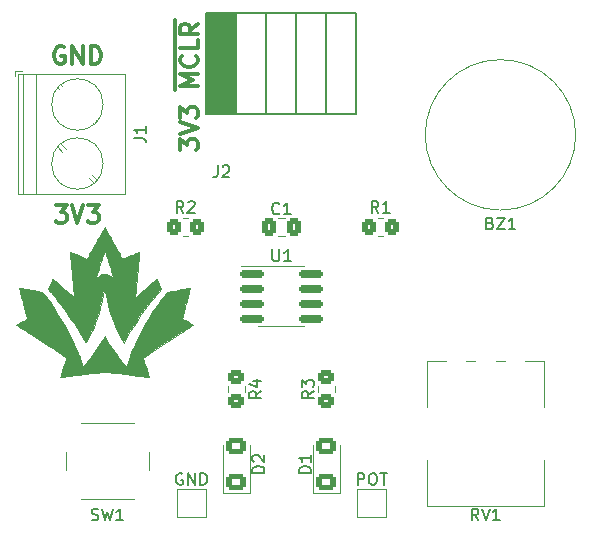
<source format=gto>
%TF.GenerationSoftware,KiCad,Pcbnew,(6.0.7)*%
%TF.CreationDate,2022-08-07T20:56:25-04:00*%
%TF.ProjectId,2022_generic,32303232-5f67-4656-9e65-7269632e6b69,rev?*%
%TF.SameCoordinates,Original*%
%TF.FileFunction,Legend,Top*%
%TF.FilePolarity,Positive*%
%FSLAX46Y46*%
G04 Gerber Fmt 4.6, Leading zero omitted, Abs format (unit mm)*
G04 Created by KiCad (PCBNEW (6.0.7)) date 2022-08-07 20:56:25*
%MOMM*%
%LPD*%
G01*
G04 APERTURE LIST*
G04 Aperture macros list*
%AMRoundRect*
0 Rectangle with rounded corners*
0 $1 Rounding radius*
0 $2 $3 $4 $5 $6 $7 $8 $9 X,Y pos of 4 corners*
0 Add a 4 corners polygon primitive as box body*
4,1,4,$2,$3,$4,$5,$6,$7,$8,$9,$2,$3,0*
0 Add four circle primitives for the rounded corners*
1,1,$1+$1,$2,$3*
1,1,$1+$1,$4,$5*
1,1,$1+$1,$6,$7*
1,1,$1+$1,$8,$9*
0 Add four rect primitives between the rounded corners*
20,1,$1+$1,$2,$3,$4,$5,0*
20,1,$1+$1,$4,$5,$6,$7,0*
20,1,$1+$1,$6,$7,$8,$9,0*
20,1,$1+$1,$8,$9,$2,$3,0*%
G04 Aperture macros list end*
%ADD10C,0.375000*%
%ADD11C,0.300000*%
%ADD12C,0.150000*%
%ADD13C,0.120000*%
%ADD14C,0.010000*%
%ADD15C,6.400000*%
%ADD16R,2.000000X2.000000*%
%ADD17R,2.600000X2.600000*%
%ADD18C,2.600000*%
%ADD19C,4.000000*%
%ADD20C,1.800000*%
%ADD21RoundRect,0.250001X0.624999X-0.462499X0.624999X0.462499X-0.624999X0.462499X-0.624999X-0.462499X0*%
%ADD22RoundRect,0.250000X-0.450000X0.350000X-0.450000X-0.350000X0.450000X-0.350000X0.450000X0.350000X0*%
%ADD23RoundRect,0.250000X-0.350000X-0.450000X0.350000X-0.450000X0.350000X0.450000X-0.350000X0.450000X0*%
%ADD24C,1.600000*%
%ADD25C,2.000000*%
%ADD26RoundRect,0.250000X0.337500X0.475000X-0.337500X0.475000X-0.337500X-0.475000X0.337500X-0.475000X0*%
%ADD27R,1.000000X2.000000*%
%ADD28RoundRect,0.150000X-0.825000X-0.150000X0.825000X-0.150000X0.825000X0.150000X-0.825000X0.150000X0*%
G04 APERTURE END LIST*
D10*
X140335142Y-99326000D02*
X140192285Y-99254571D01*
X139978000Y-99254571D01*
X139763714Y-99326000D01*
X139620857Y-99468857D01*
X139549428Y-99611714D01*
X139478000Y-99897428D01*
X139478000Y-100111714D01*
X139549428Y-100397428D01*
X139620857Y-100540285D01*
X139763714Y-100683142D01*
X139978000Y-100754571D01*
X140120857Y-100754571D01*
X140335142Y-100683142D01*
X140406571Y-100611714D01*
X140406571Y-100111714D01*
X140120857Y-100111714D01*
X141049428Y-100754571D02*
X141049428Y-99254571D01*
X141906571Y-100754571D01*
X141906571Y-99254571D01*
X142620857Y-100754571D02*
X142620857Y-99254571D01*
X142978000Y-99254571D01*
X143192285Y-99326000D01*
X143335142Y-99468857D01*
X143406571Y-99611714D01*
X143478000Y-99897428D01*
X143478000Y-100111714D01*
X143406571Y-100397428D01*
X143335142Y-100540285D01*
X143192285Y-100683142D01*
X142978000Y-100754571D01*
X142620857Y-100754571D01*
D11*
X150181571Y-108048714D02*
X150181571Y-107120142D01*
X150753000Y-107620142D01*
X150753000Y-107405857D01*
X150824428Y-107263000D01*
X150895857Y-107191571D01*
X151038714Y-107120142D01*
X151395857Y-107120142D01*
X151538714Y-107191571D01*
X151610142Y-107263000D01*
X151681571Y-107405857D01*
X151681571Y-107834428D01*
X151610142Y-107977285D01*
X151538714Y-108048714D01*
X150181571Y-106691571D02*
X151681571Y-106191571D01*
X150181571Y-105691571D01*
X150181571Y-105334428D02*
X150181571Y-104405857D01*
X150753000Y-104905857D01*
X150753000Y-104691571D01*
X150824428Y-104548714D01*
X150895857Y-104477285D01*
X151038714Y-104405857D01*
X151395857Y-104405857D01*
X151538714Y-104477285D01*
X151610142Y-104548714D01*
X151681571Y-104691571D01*
X151681571Y-105120142D01*
X151610142Y-105263000D01*
X151538714Y-105334428D01*
X149758000Y-102977285D02*
X149758000Y-101263000D01*
X151681571Y-102620142D02*
X150181571Y-102620142D01*
X151253000Y-102120142D01*
X150181571Y-101620142D01*
X151681571Y-101620142D01*
X149758000Y-101263000D02*
X149758000Y-99763000D01*
X151538714Y-100048714D02*
X151610142Y-100120142D01*
X151681571Y-100334428D01*
X151681571Y-100477285D01*
X151610142Y-100691571D01*
X151467285Y-100834428D01*
X151324428Y-100905857D01*
X151038714Y-100977285D01*
X150824428Y-100977285D01*
X150538714Y-100905857D01*
X150395857Y-100834428D01*
X150253000Y-100691571D01*
X150181571Y-100477285D01*
X150181571Y-100334428D01*
X150253000Y-100120142D01*
X150324428Y-100048714D01*
X149758000Y-99763000D02*
X149758000Y-98548714D01*
X151681571Y-98691571D02*
X151681571Y-99405857D01*
X150181571Y-99405857D01*
X149758000Y-98548714D02*
X149758000Y-97048714D01*
X151681571Y-97334428D02*
X150967285Y-97834428D01*
X151681571Y-98191571D02*
X150181571Y-98191571D01*
X150181571Y-97620142D01*
X150253000Y-97477285D01*
X150324428Y-97405857D01*
X150467285Y-97334428D01*
X150681571Y-97334428D01*
X150824428Y-97405857D01*
X150895857Y-97477285D01*
X150967285Y-97620142D01*
X150967285Y-98191571D01*
D10*
X139620857Y-112716571D02*
X140549428Y-112716571D01*
X140049428Y-113288000D01*
X140263714Y-113288000D01*
X140406571Y-113359428D01*
X140478000Y-113430857D01*
X140549428Y-113573714D01*
X140549428Y-113930857D01*
X140478000Y-114073714D01*
X140406571Y-114145142D01*
X140263714Y-114216571D01*
X139835142Y-114216571D01*
X139692285Y-114145142D01*
X139620857Y-114073714D01*
X140978000Y-112716571D02*
X141478000Y-114216571D01*
X141978000Y-112716571D01*
X142335142Y-112716571D02*
X143263714Y-112716571D01*
X142763714Y-113288000D01*
X142978000Y-113288000D01*
X143120857Y-113359428D01*
X143192285Y-113430857D01*
X143263714Y-113573714D01*
X143263714Y-113930857D01*
X143192285Y-114073714D01*
X143120857Y-114145142D01*
X142978000Y-114216571D01*
X142549428Y-114216571D01*
X142406571Y-114145142D01*
X142335142Y-114073714D01*
D12*
X165203333Y-136376380D02*
X165203333Y-135376380D01*
X165584285Y-135376380D01*
X165679523Y-135424000D01*
X165727142Y-135471619D01*
X165774761Y-135566857D01*
X165774761Y-135709714D01*
X165727142Y-135804952D01*
X165679523Y-135852571D01*
X165584285Y-135900190D01*
X165203333Y-135900190D01*
X166393809Y-135376380D02*
X166584285Y-135376380D01*
X166679523Y-135424000D01*
X166774761Y-135519238D01*
X166822380Y-135709714D01*
X166822380Y-136043047D01*
X166774761Y-136233523D01*
X166679523Y-136328761D01*
X166584285Y-136376380D01*
X166393809Y-136376380D01*
X166298571Y-136328761D01*
X166203333Y-136233523D01*
X166155714Y-136043047D01*
X166155714Y-135709714D01*
X166203333Y-135519238D01*
X166298571Y-135424000D01*
X166393809Y-135376380D01*
X167108095Y-135376380D02*
X167679523Y-135376380D01*
X167393809Y-136376380D02*
X167393809Y-135376380D01*
X146264380Y-107013333D02*
X146978666Y-107013333D01*
X147121523Y-107060952D01*
X147216761Y-107156190D01*
X147264380Y-107299047D01*
X147264380Y-107394285D01*
X147264380Y-106013333D02*
X147264380Y-106584761D01*
X147264380Y-106299047D02*
X146264380Y-106299047D01*
X146407238Y-106394285D01*
X146502476Y-106489523D01*
X146550095Y-106584761D01*
X175426761Y-139390380D02*
X175093428Y-138914190D01*
X174855333Y-139390380D02*
X174855333Y-138390380D01*
X175236285Y-138390380D01*
X175331523Y-138438000D01*
X175379142Y-138485619D01*
X175426761Y-138580857D01*
X175426761Y-138723714D01*
X175379142Y-138818952D01*
X175331523Y-138866571D01*
X175236285Y-138914190D01*
X174855333Y-138914190D01*
X175712476Y-138390380D02*
X176045809Y-139390380D01*
X176379142Y-138390380D01*
X177236285Y-139390380D02*
X176664857Y-139390380D01*
X176950571Y-139390380D02*
X176950571Y-138390380D01*
X176855333Y-138533238D01*
X176760095Y-138628476D01*
X176664857Y-138676095D01*
X157297380Y-135358095D02*
X156297380Y-135358095D01*
X156297380Y-135120000D01*
X156345000Y-134977142D01*
X156440238Y-134881904D01*
X156535476Y-134834285D01*
X156725952Y-134786666D01*
X156868809Y-134786666D01*
X157059285Y-134834285D01*
X157154523Y-134881904D01*
X157249761Y-134977142D01*
X157297380Y-135120000D01*
X157297380Y-135358095D01*
X156392619Y-134405714D02*
X156345000Y-134358095D01*
X156297380Y-134262857D01*
X156297380Y-134024761D01*
X156345000Y-133929523D01*
X156392619Y-133881904D01*
X156487857Y-133834285D01*
X156583095Y-133834285D01*
X156725952Y-133881904D01*
X157297380Y-134453333D01*
X157297380Y-133834285D01*
X150368095Y-135424000D02*
X150272857Y-135376380D01*
X150130000Y-135376380D01*
X149987142Y-135424000D01*
X149891904Y-135519238D01*
X149844285Y-135614476D01*
X149796666Y-135804952D01*
X149796666Y-135947809D01*
X149844285Y-136138285D01*
X149891904Y-136233523D01*
X149987142Y-136328761D01*
X150130000Y-136376380D01*
X150225238Y-136376380D01*
X150368095Y-136328761D01*
X150415714Y-136281142D01*
X150415714Y-135947809D01*
X150225238Y-135947809D01*
X150844285Y-136376380D02*
X150844285Y-135376380D01*
X151415714Y-136376380D01*
X151415714Y-135376380D01*
X151891904Y-136376380D02*
X151891904Y-135376380D01*
X152130000Y-135376380D01*
X152272857Y-135424000D01*
X152368095Y-135519238D01*
X152415714Y-135614476D01*
X152463333Y-135804952D01*
X152463333Y-135947809D01*
X152415714Y-136138285D01*
X152368095Y-136233523D01*
X152272857Y-136328761D01*
X152130000Y-136376380D01*
X151891904Y-136376380D01*
X161488380Y-128436666D02*
X161012190Y-128770000D01*
X161488380Y-129008095D02*
X160488380Y-129008095D01*
X160488380Y-128627142D01*
X160536000Y-128531904D01*
X160583619Y-128484285D01*
X160678857Y-128436666D01*
X160821714Y-128436666D01*
X160916952Y-128484285D01*
X160964571Y-128531904D01*
X161012190Y-128627142D01*
X161012190Y-129008095D01*
X160488380Y-128103333D02*
X160488380Y-127484285D01*
X160869333Y-127817619D01*
X160869333Y-127674761D01*
X160916952Y-127579523D01*
X160964571Y-127531904D01*
X161059809Y-127484285D01*
X161297904Y-127484285D01*
X161393142Y-127531904D01*
X161440761Y-127579523D01*
X161488380Y-127674761D01*
X161488380Y-127960476D01*
X161440761Y-128055714D01*
X161393142Y-128103333D01*
X150455333Y-113356380D02*
X150122000Y-112880190D01*
X149883904Y-113356380D02*
X149883904Y-112356380D01*
X150264857Y-112356380D01*
X150360095Y-112404000D01*
X150407714Y-112451619D01*
X150455333Y-112546857D01*
X150455333Y-112689714D01*
X150407714Y-112784952D01*
X150360095Y-112832571D01*
X150264857Y-112880190D01*
X149883904Y-112880190D01*
X150836285Y-112451619D02*
X150883904Y-112404000D01*
X150979142Y-112356380D01*
X151217238Y-112356380D01*
X151312476Y-112404000D01*
X151360095Y-112451619D01*
X151407714Y-112546857D01*
X151407714Y-112642095D01*
X151360095Y-112784952D01*
X150788666Y-113356380D01*
X151407714Y-113356380D01*
X176411047Y-114228571D02*
X176553904Y-114276190D01*
X176601523Y-114323809D01*
X176649142Y-114419047D01*
X176649142Y-114561904D01*
X176601523Y-114657142D01*
X176553904Y-114704761D01*
X176458666Y-114752380D01*
X176077714Y-114752380D01*
X176077714Y-113752380D01*
X176411047Y-113752380D01*
X176506285Y-113800000D01*
X176553904Y-113847619D01*
X176601523Y-113942857D01*
X176601523Y-114038095D01*
X176553904Y-114133333D01*
X176506285Y-114180952D01*
X176411047Y-114228571D01*
X176077714Y-114228571D01*
X176982476Y-113752380D02*
X177649142Y-113752380D01*
X176982476Y-114752380D01*
X177649142Y-114752380D01*
X178553904Y-114752380D02*
X177982476Y-114752380D01*
X178268190Y-114752380D02*
X178268190Y-113752380D01*
X178172952Y-113895238D01*
X178077714Y-113990476D01*
X177982476Y-114038095D01*
X142684666Y-139342761D02*
X142827523Y-139390380D01*
X143065619Y-139390380D01*
X143160857Y-139342761D01*
X143208476Y-139295142D01*
X143256095Y-139199904D01*
X143256095Y-139104666D01*
X143208476Y-139009428D01*
X143160857Y-138961809D01*
X143065619Y-138914190D01*
X142875142Y-138866571D01*
X142779904Y-138818952D01*
X142732285Y-138771333D01*
X142684666Y-138676095D01*
X142684666Y-138580857D01*
X142732285Y-138485619D01*
X142779904Y-138438000D01*
X142875142Y-138390380D01*
X143113238Y-138390380D01*
X143256095Y-138438000D01*
X143589428Y-138390380D02*
X143827523Y-139390380D01*
X144018000Y-138676095D01*
X144208476Y-139390380D01*
X144446571Y-138390380D01*
X145351333Y-139390380D02*
X144779904Y-139390380D01*
X145065619Y-139390380D02*
X145065619Y-138390380D01*
X144970380Y-138533238D01*
X144875142Y-138628476D01*
X144779904Y-138676095D01*
X158583333Y-113387142D02*
X158535714Y-113434761D01*
X158392857Y-113482380D01*
X158297619Y-113482380D01*
X158154761Y-113434761D01*
X158059523Y-113339523D01*
X158011904Y-113244285D01*
X157964285Y-113053809D01*
X157964285Y-112910952D01*
X158011904Y-112720476D01*
X158059523Y-112625238D01*
X158154761Y-112530000D01*
X158297619Y-112482380D01*
X158392857Y-112482380D01*
X158535714Y-112530000D01*
X158583333Y-112577619D01*
X159535714Y-113482380D02*
X158964285Y-113482380D01*
X159250000Y-113482380D02*
X159250000Y-112482380D01*
X159154761Y-112625238D01*
X159059523Y-112720476D01*
X158964285Y-112768095D01*
X161234380Y-135358095D02*
X160234380Y-135358095D01*
X160234380Y-135120000D01*
X160282000Y-134977142D01*
X160377238Y-134881904D01*
X160472476Y-134834285D01*
X160662952Y-134786666D01*
X160805809Y-134786666D01*
X160996285Y-134834285D01*
X161091523Y-134881904D01*
X161186761Y-134977142D01*
X161234380Y-135120000D01*
X161234380Y-135358095D01*
X161234380Y-133834285D02*
X161234380Y-134405714D01*
X161234380Y-134120000D02*
X160234380Y-134120000D01*
X160377238Y-134215238D01*
X160472476Y-134310476D01*
X160520095Y-134405714D01*
X157042380Y-128436666D02*
X156566190Y-128770000D01*
X157042380Y-129008095D02*
X156042380Y-129008095D01*
X156042380Y-128627142D01*
X156090000Y-128531904D01*
X156137619Y-128484285D01*
X156232857Y-128436666D01*
X156375714Y-128436666D01*
X156470952Y-128484285D01*
X156518571Y-128531904D01*
X156566190Y-128627142D01*
X156566190Y-129008095D01*
X156375714Y-127579523D02*
X157042380Y-127579523D01*
X155994761Y-127817619D02*
X156709047Y-128055714D01*
X156709047Y-127436666D01*
X153336666Y-109341880D02*
X153336666Y-110056166D01*
X153289047Y-110199023D01*
X153193809Y-110294261D01*
X153050952Y-110341880D01*
X152955714Y-110341880D01*
X153765238Y-109437119D02*
X153812857Y-109389500D01*
X153908095Y-109341880D01*
X154146190Y-109341880D01*
X154241428Y-109389500D01*
X154289047Y-109437119D01*
X154336666Y-109532357D01*
X154336666Y-109627595D01*
X154289047Y-109770452D01*
X153717619Y-110341880D01*
X154336666Y-110341880D01*
X166965333Y-113356380D02*
X166632000Y-112880190D01*
X166393904Y-113356380D02*
X166393904Y-112356380D01*
X166774857Y-112356380D01*
X166870095Y-112404000D01*
X166917714Y-112451619D01*
X166965333Y-112546857D01*
X166965333Y-112689714D01*
X166917714Y-112784952D01*
X166870095Y-112832571D01*
X166774857Y-112880190D01*
X166393904Y-112880190D01*
X167917714Y-113356380D02*
X167346285Y-113356380D01*
X167632000Y-113356380D02*
X167632000Y-112356380D01*
X167536761Y-112499238D01*
X167441523Y-112594476D01*
X167346285Y-112642095D01*
X157988095Y-116448380D02*
X157988095Y-117257904D01*
X158035714Y-117353142D01*
X158083333Y-117400761D01*
X158178571Y-117448380D01*
X158369047Y-117448380D01*
X158464285Y-117400761D01*
X158511904Y-117353142D01*
X158559523Y-117257904D01*
X158559523Y-116448380D01*
X159559523Y-117448380D02*
X158988095Y-117448380D01*
X159273809Y-117448380D02*
X159273809Y-116448380D01*
X159178571Y-116591238D01*
X159083333Y-116686476D01*
X158988095Y-116734095D01*
D13*
X165170000Y-136722000D02*
X167570000Y-136722000D01*
X167570000Y-136722000D02*
X167570000Y-139122000D01*
X165170000Y-139122000D02*
X165170000Y-136722000D01*
X167570000Y-139122000D02*
X165170000Y-139122000D01*
X140478000Y-107922000D02*
X140082000Y-107527000D01*
X140196000Y-108173000D02*
X139816000Y-107793000D01*
X145530000Y-101620000D02*
X145530000Y-111740000D01*
X136170000Y-101380000D02*
X136170000Y-101780000D01*
X145530000Y-101620000D02*
X136410000Y-101620000D01*
X136870000Y-101620000D02*
X136870000Y-111740000D01*
X136810000Y-101380000D02*
X136170000Y-101380000D01*
X137970000Y-101620000D02*
X137970000Y-111740000D01*
X140189000Y-102632000D02*
X140082000Y-102526000D01*
X136410000Y-101620000D02*
X136410000Y-111740000D01*
X142858000Y-105834000D02*
X142751000Y-105727000D01*
X145530000Y-111740000D02*
X136410000Y-111740000D01*
X142858000Y-110834000D02*
X142462000Y-110439000D01*
X143124000Y-110568000D02*
X142744000Y-110188000D01*
X139923000Y-102898000D02*
X139816000Y-102792000D01*
X143124000Y-105568000D02*
X143017000Y-105461000D01*
X143650000Y-109180000D02*
G75*
G03*
X143650000Y-109180000I-2180000J0D01*
G01*
X143650000Y-104180000D02*
G75*
G03*
X143650000Y-104180000I-2180000J0D01*
G01*
X180992000Y-138134000D02*
X171052000Y-138134000D01*
X180992000Y-134269000D02*
X180992000Y-138134000D01*
X171052000Y-134269000D02*
X171052000Y-138134000D01*
X172652000Y-125894000D02*
X171052000Y-125894000D01*
X175151000Y-125894000D02*
X174392000Y-125894000D01*
X180992000Y-125894000D02*
X180992000Y-129759000D01*
X171052000Y-125894000D02*
X171052000Y-129759000D01*
X177651000Y-125894000D02*
X176892000Y-125894000D01*
X180992000Y-125894000D02*
X179393000Y-125894000D01*
X156075000Y-137080000D02*
X156075000Y-133020000D01*
X153805000Y-133020000D02*
X153805000Y-137080000D01*
X153805000Y-137080000D02*
X156075000Y-137080000D01*
X149930000Y-136722000D02*
X152330000Y-136722000D01*
X149930000Y-139122000D02*
X149930000Y-136722000D01*
X152330000Y-139122000D02*
X149930000Y-139122000D01*
X152330000Y-136722000D02*
X152330000Y-139122000D01*
G36*
X136568062Y-119686241D02*
G01*
X136626055Y-119696529D01*
X136716987Y-119713415D01*
X136836855Y-119736135D01*
X136981656Y-119763924D01*
X137147388Y-119796019D01*
X137330049Y-119831656D01*
X137525635Y-119870072D01*
X137528991Y-119870733D01*
X137770674Y-119918689D01*
X137974012Y-119959803D01*
X138141728Y-119994693D01*
X138276547Y-120023979D01*
X138381192Y-120048281D01*
X138458389Y-120068218D01*
X138510860Y-120084409D01*
X138541329Y-120097474D01*
X138548735Y-120102630D01*
X138586139Y-120142887D01*
X138643581Y-120213155D01*
X138717723Y-120308860D01*
X138805230Y-120425429D01*
X138902765Y-120558288D01*
X139006992Y-120702865D01*
X139114574Y-120854585D01*
X139222176Y-121008876D01*
X139326461Y-121161164D01*
X139392018Y-121258603D01*
X139701738Y-121735774D01*
X140005186Y-122228964D01*
X140298912Y-122731785D01*
X140579468Y-123237848D01*
X140843405Y-123740763D01*
X141087273Y-124234142D01*
X141307625Y-124711595D01*
X141498966Y-125161683D01*
X141547206Y-125284689D01*
X141599641Y-125425073D01*
X141653811Y-125575573D01*
X141707254Y-125728924D01*
X141757510Y-125877863D01*
X141802119Y-126015127D01*
X141838619Y-126133453D01*
X141864549Y-126225578D01*
X141875683Y-126273645D01*
X141888454Y-126323560D01*
X141901871Y-126350041D01*
X141904739Y-126351329D01*
X141924767Y-126336213D01*
X141967709Y-126293948D01*
X142029412Y-126229162D01*
X142105719Y-126146481D01*
X142192477Y-126050532D01*
X142285531Y-125945942D01*
X142380726Y-125837337D01*
X142473907Y-125729344D01*
X142560920Y-125626589D01*
X142624460Y-125549844D01*
X142819053Y-125304214D01*
X142998248Y-125061228D01*
X143168415Y-124811365D01*
X143335920Y-124545104D01*
X143507131Y-124252925D01*
X143586483Y-124111533D01*
X143645571Y-124007418D01*
X143698515Y-123918671D01*
X143741867Y-123850707D01*
X143772180Y-123808940D01*
X143785771Y-123798468D01*
X143801568Y-123822637D01*
X143832509Y-123875727D01*
X143874085Y-123949833D01*
X143920491Y-124034649D01*
X144151160Y-124442177D01*
X144385570Y-124817356D01*
X144629893Y-125169505D01*
X144890303Y-125507946D01*
X144922694Y-125547796D01*
X145002003Y-125643332D01*
X145090789Y-125747792D01*
X145184910Y-125856558D01*
X145280221Y-125965016D01*
X145372577Y-126068550D01*
X145457834Y-126162544D01*
X145531849Y-126242381D01*
X145590476Y-126303446D01*
X145629572Y-126341124D01*
X145644133Y-126351329D01*
X145656867Y-126333054D01*
X145670306Y-126287730D01*
X145673189Y-126273645D01*
X145689429Y-126206323D01*
X145718111Y-126107273D01*
X145756774Y-125983758D01*
X145802956Y-125843042D01*
X145854198Y-125692387D01*
X145908039Y-125539058D01*
X145962018Y-125390316D01*
X146013674Y-125253426D01*
X146049906Y-125161683D01*
X146239799Y-124715057D01*
X146456238Y-124245865D01*
X146695750Y-123760540D01*
X146954861Y-123265520D01*
X147230099Y-122767240D01*
X147517988Y-122272137D01*
X147815057Y-121786645D01*
X148117831Y-121317201D01*
X148154782Y-121261652D01*
X148254903Y-121113408D01*
X148360573Y-120960066D01*
X148468465Y-120806193D01*
X148575247Y-120656356D01*
X148677590Y-120515122D01*
X148772164Y-120387058D01*
X148855639Y-120276731D01*
X148924687Y-120188707D01*
X148975976Y-120127554D01*
X148999225Y-120103455D01*
X149021277Y-120091553D01*
X149065920Y-120076423D01*
X149135698Y-120057487D01*
X149233156Y-120034167D01*
X149360839Y-120005886D01*
X149521293Y-119972066D01*
X149717062Y-119932129D01*
X149950690Y-119885498D01*
X150018970Y-119872005D01*
X150214830Y-119833483D01*
X150397834Y-119797711D01*
X150563980Y-119765456D01*
X150709267Y-119737484D01*
X150829697Y-119714560D01*
X150921267Y-119697452D01*
X150979978Y-119686925D01*
X151001828Y-119683745D01*
X151001862Y-119683762D01*
X150997630Y-119703856D01*
X150984094Y-119760249D01*
X150962302Y-119848801D01*
X150933307Y-119965372D01*
X150898157Y-120105825D01*
X150857902Y-120266019D01*
X150813594Y-120441816D01*
X150766281Y-120629077D01*
X150717015Y-120823661D01*
X150666844Y-121021432D01*
X150616820Y-121218248D01*
X150567992Y-121409972D01*
X150521411Y-121592463D01*
X150478126Y-121761584D01*
X150439187Y-121913194D01*
X150405645Y-122043155D01*
X150378550Y-122147327D01*
X150358952Y-122221573D01*
X150347900Y-122261751D01*
X150347423Y-122263348D01*
X150352491Y-122279246D01*
X150377391Y-122303408D01*
X150425351Y-122337955D01*
X150499600Y-122385004D01*
X150603365Y-122446675D01*
X150739877Y-122525087D01*
X150786472Y-122551498D01*
X150910127Y-122622048D01*
X151020764Y-122686365D01*
X151113469Y-122741493D01*
X151183325Y-122784476D01*
X151225418Y-122812358D01*
X151235816Y-122821672D01*
X151218682Y-122834903D01*
X151168699Y-122869502D01*
X151088002Y-122924058D01*
X150978723Y-122997165D01*
X150842996Y-123087412D01*
X150682954Y-123193392D01*
X150500729Y-123313695D01*
X150298455Y-123446913D01*
X150078266Y-123591636D01*
X149842293Y-123746458D01*
X149592671Y-123909968D01*
X149331531Y-124080757D01*
X149128088Y-124213637D01*
X148859631Y-124389051D01*
X148601076Y-124558321D01*
X148354558Y-124720033D01*
X148122213Y-124872774D01*
X147906173Y-125015129D01*
X147708573Y-125145684D01*
X147531548Y-125263024D01*
X147377233Y-125365737D01*
X147247760Y-125452406D01*
X147145266Y-125521620D01*
X147071884Y-125571962D01*
X147029748Y-125602020D01*
X147019936Y-125610409D01*
X147025957Y-125634258D01*
X147043317Y-125693530D01*
X147070676Y-125783879D01*
X147106694Y-125900957D01*
X147150032Y-126040418D01*
X147199349Y-126197916D01*
X147253306Y-126369102D01*
X147272734Y-126430486D01*
X147327584Y-126604962D01*
X147377682Y-126766965D01*
X147421763Y-126912205D01*
X147458562Y-127036392D01*
X147486816Y-127135237D01*
X147505260Y-127204451D01*
X147512629Y-127239744D01*
X147512342Y-127243306D01*
X147490076Y-127242873D01*
X147429330Y-127237714D01*
X147333058Y-127228159D01*
X147204213Y-127214540D01*
X147045751Y-127197188D01*
X146860625Y-127176434D01*
X146651790Y-127152610D01*
X146422199Y-127126046D01*
X146174807Y-127097074D01*
X145912568Y-127066025D01*
X145638436Y-127033230D01*
X145636582Y-127033007D01*
X143774436Y-126809093D01*
X141950451Y-127028938D01*
X141678133Y-127061694D01*
X141417019Y-127092974D01*
X141170173Y-127122418D01*
X140940657Y-127149667D01*
X140731536Y-127174361D01*
X140545873Y-127196141D01*
X140386731Y-127214647D01*
X140257175Y-127229519D01*
X140160269Y-127240398D01*
X140099075Y-127246925D01*
X140077279Y-127248782D01*
X140039492Y-127242518D01*
X140028092Y-127231459D01*
X140034205Y-127208386D01*
X140051642Y-127149889D01*
X140079053Y-127060320D01*
X140115091Y-126944026D01*
X140158404Y-126805357D01*
X140207644Y-126648661D01*
X140261461Y-126478288D01*
X140278544Y-126424378D01*
X140333518Y-126250465D01*
X140384312Y-126088690D01*
X140429575Y-125943437D01*
X140467957Y-125819093D01*
X140498104Y-125720043D01*
X140518667Y-125650673D01*
X140528292Y-125615369D01*
X140528846Y-125612078D01*
X140511687Y-125598017D01*
X140461673Y-125562608D01*
X140380939Y-125507270D01*
X140271616Y-125433416D01*
X140135841Y-125342464D01*
X139975747Y-125235830D01*
X139793467Y-125114930D01*
X139591137Y-124981179D01*
X139370889Y-124835995D01*
X139134859Y-124680793D01*
X138885179Y-124516988D01*
X138623985Y-124345998D01*
X138420875Y-124213277D01*
X138152461Y-124037894D01*
X137893952Y-123868733D01*
X137647481Y-123707203D01*
X137415182Y-123554714D01*
X137199187Y-123412673D01*
X137001629Y-123282489D01*
X136824640Y-123165570D01*
X136670354Y-123063324D01*
X136540902Y-122977161D01*
X136438419Y-122908488D01*
X136365037Y-122858715D01*
X136322888Y-122829249D01*
X136313056Y-122821312D01*
X136330464Y-122807146D01*
X136379412Y-122775598D01*
X136454986Y-122729620D01*
X136552270Y-122672163D01*
X136666349Y-122606179D01*
X136762400Y-122551498D01*
X136909102Y-122467788D01*
X137022113Y-122401439D01*
X137104663Y-122350331D01*
X137159980Y-122312346D01*
X137191292Y-122285365D01*
X137201828Y-122267269D01*
X137201449Y-122263348D01*
X137191049Y-122225807D01*
X137172027Y-122153893D01*
X137145433Y-122051745D01*
X137112318Y-121923503D01*
X137073731Y-121773306D01*
X137030722Y-121605295D01*
X136984341Y-121423607D01*
X136935639Y-121232384D01*
X136885664Y-121035765D01*
X136835469Y-120837888D01*
X136786101Y-120642894D01*
X136738612Y-120454923D01*
X136694051Y-120278113D01*
X136653468Y-120116604D01*
X136617914Y-119974536D01*
X136588438Y-119856049D01*
X136566090Y-119765281D01*
X136551921Y-119706373D01*
X136546981Y-119683464D01*
X136547009Y-119683314D01*
X136568062Y-119686241D01*
G37*
D14*
X136568062Y-119686241D02*
X136626055Y-119696529D01*
X136716987Y-119713415D01*
X136836855Y-119736135D01*
X136981656Y-119763924D01*
X137147388Y-119796019D01*
X137330049Y-119831656D01*
X137525635Y-119870072D01*
X137528991Y-119870733D01*
X137770674Y-119918689D01*
X137974012Y-119959803D01*
X138141728Y-119994693D01*
X138276547Y-120023979D01*
X138381192Y-120048281D01*
X138458389Y-120068218D01*
X138510860Y-120084409D01*
X138541329Y-120097474D01*
X138548735Y-120102630D01*
X138586139Y-120142887D01*
X138643581Y-120213155D01*
X138717723Y-120308860D01*
X138805230Y-120425429D01*
X138902765Y-120558288D01*
X139006992Y-120702865D01*
X139114574Y-120854585D01*
X139222176Y-121008876D01*
X139326461Y-121161164D01*
X139392018Y-121258603D01*
X139701738Y-121735774D01*
X140005186Y-122228964D01*
X140298912Y-122731785D01*
X140579468Y-123237848D01*
X140843405Y-123740763D01*
X141087273Y-124234142D01*
X141307625Y-124711595D01*
X141498966Y-125161683D01*
X141547206Y-125284689D01*
X141599641Y-125425073D01*
X141653811Y-125575573D01*
X141707254Y-125728924D01*
X141757510Y-125877863D01*
X141802119Y-126015127D01*
X141838619Y-126133453D01*
X141864549Y-126225578D01*
X141875683Y-126273645D01*
X141888454Y-126323560D01*
X141901871Y-126350041D01*
X141904739Y-126351329D01*
X141924767Y-126336213D01*
X141967709Y-126293948D01*
X142029412Y-126229162D01*
X142105719Y-126146481D01*
X142192477Y-126050532D01*
X142285531Y-125945942D01*
X142380726Y-125837337D01*
X142473907Y-125729344D01*
X142560920Y-125626589D01*
X142624460Y-125549844D01*
X142819053Y-125304214D01*
X142998248Y-125061228D01*
X143168415Y-124811365D01*
X143335920Y-124545104D01*
X143507131Y-124252925D01*
X143586483Y-124111533D01*
X143645571Y-124007418D01*
X143698515Y-123918671D01*
X143741867Y-123850707D01*
X143772180Y-123808940D01*
X143785771Y-123798468D01*
X143801568Y-123822637D01*
X143832509Y-123875727D01*
X143874085Y-123949833D01*
X143920491Y-124034649D01*
X144151160Y-124442177D01*
X144385570Y-124817356D01*
X144629893Y-125169505D01*
X144890303Y-125507946D01*
X144922694Y-125547796D01*
X145002003Y-125643332D01*
X145090789Y-125747792D01*
X145184910Y-125856558D01*
X145280221Y-125965016D01*
X145372577Y-126068550D01*
X145457834Y-126162544D01*
X145531849Y-126242381D01*
X145590476Y-126303446D01*
X145629572Y-126341124D01*
X145644133Y-126351329D01*
X145656867Y-126333054D01*
X145670306Y-126287730D01*
X145673189Y-126273645D01*
X145689429Y-126206323D01*
X145718111Y-126107273D01*
X145756774Y-125983758D01*
X145802956Y-125843042D01*
X145854198Y-125692387D01*
X145908039Y-125539058D01*
X145962018Y-125390316D01*
X146013674Y-125253426D01*
X146049906Y-125161683D01*
X146239799Y-124715057D01*
X146456238Y-124245865D01*
X146695750Y-123760540D01*
X146954861Y-123265520D01*
X147230099Y-122767240D01*
X147517988Y-122272137D01*
X147815057Y-121786645D01*
X148117831Y-121317201D01*
X148154782Y-121261652D01*
X148254903Y-121113408D01*
X148360573Y-120960066D01*
X148468465Y-120806193D01*
X148575247Y-120656356D01*
X148677590Y-120515122D01*
X148772164Y-120387058D01*
X148855639Y-120276731D01*
X148924687Y-120188707D01*
X148975976Y-120127554D01*
X148999225Y-120103455D01*
X149021277Y-120091553D01*
X149065920Y-120076423D01*
X149135698Y-120057487D01*
X149233156Y-120034167D01*
X149360839Y-120005886D01*
X149521293Y-119972066D01*
X149717062Y-119932129D01*
X149950690Y-119885498D01*
X150018970Y-119872005D01*
X150214830Y-119833483D01*
X150397834Y-119797711D01*
X150563980Y-119765456D01*
X150709267Y-119737484D01*
X150829697Y-119714560D01*
X150921267Y-119697452D01*
X150979978Y-119686925D01*
X151001828Y-119683745D01*
X151001862Y-119683762D01*
X150997630Y-119703856D01*
X150984094Y-119760249D01*
X150962302Y-119848801D01*
X150933307Y-119965372D01*
X150898157Y-120105825D01*
X150857902Y-120266019D01*
X150813594Y-120441816D01*
X150766281Y-120629077D01*
X150717015Y-120823661D01*
X150666844Y-121021432D01*
X150616820Y-121218248D01*
X150567992Y-121409972D01*
X150521411Y-121592463D01*
X150478126Y-121761584D01*
X150439187Y-121913194D01*
X150405645Y-122043155D01*
X150378550Y-122147327D01*
X150358952Y-122221573D01*
X150347900Y-122261751D01*
X150347423Y-122263348D01*
X150352491Y-122279246D01*
X150377391Y-122303408D01*
X150425351Y-122337955D01*
X150499600Y-122385004D01*
X150603365Y-122446675D01*
X150739877Y-122525087D01*
X150786472Y-122551498D01*
X150910127Y-122622048D01*
X151020764Y-122686365D01*
X151113469Y-122741493D01*
X151183325Y-122784476D01*
X151225418Y-122812358D01*
X151235816Y-122821672D01*
X151218682Y-122834903D01*
X151168699Y-122869502D01*
X151088002Y-122924058D01*
X150978723Y-122997165D01*
X150842996Y-123087412D01*
X150682954Y-123193392D01*
X150500729Y-123313695D01*
X150298455Y-123446913D01*
X150078266Y-123591636D01*
X149842293Y-123746458D01*
X149592671Y-123909968D01*
X149331531Y-124080757D01*
X149128088Y-124213637D01*
X148859631Y-124389051D01*
X148601076Y-124558321D01*
X148354558Y-124720033D01*
X148122213Y-124872774D01*
X147906173Y-125015129D01*
X147708573Y-125145684D01*
X147531548Y-125263024D01*
X147377233Y-125365737D01*
X147247760Y-125452406D01*
X147145266Y-125521620D01*
X147071884Y-125571962D01*
X147029748Y-125602020D01*
X147019936Y-125610409D01*
X147025957Y-125634258D01*
X147043317Y-125693530D01*
X147070676Y-125783879D01*
X147106694Y-125900957D01*
X147150032Y-126040418D01*
X147199349Y-126197916D01*
X147253306Y-126369102D01*
X147272734Y-126430486D01*
X147327584Y-126604962D01*
X147377682Y-126766965D01*
X147421763Y-126912205D01*
X147458562Y-127036392D01*
X147486816Y-127135237D01*
X147505260Y-127204451D01*
X147512629Y-127239744D01*
X147512342Y-127243306D01*
X147490076Y-127242873D01*
X147429330Y-127237714D01*
X147333058Y-127228159D01*
X147204213Y-127214540D01*
X147045751Y-127197188D01*
X146860625Y-127176434D01*
X146651790Y-127152610D01*
X146422199Y-127126046D01*
X146174807Y-127097074D01*
X145912568Y-127066025D01*
X145638436Y-127033230D01*
X145636582Y-127033007D01*
X143774436Y-126809093D01*
X141950451Y-127028938D01*
X141678133Y-127061694D01*
X141417019Y-127092974D01*
X141170173Y-127122418D01*
X140940657Y-127149667D01*
X140731536Y-127174361D01*
X140545873Y-127196141D01*
X140386731Y-127214647D01*
X140257175Y-127229519D01*
X140160269Y-127240398D01*
X140099075Y-127246925D01*
X140077279Y-127248782D01*
X140039492Y-127242518D01*
X140028092Y-127231459D01*
X140034205Y-127208386D01*
X140051642Y-127149889D01*
X140079053Y-127060320D01*
X140115091Y-126944026D01*
X140158404Y-126805357D01*
X140207644Y-126648661D01*
X140261461Y-126478288D01*
X140278544Y-126424378D01*
X140333518Y-126250465D01*
X140384312Y-126088690D01*
X140429575Y-125943437D01*
X140467957Y-125819093D01*
X140498104Y-125720043D01*
X140518667Y-125650673D01*
X140528292Y-125615369D01*
X140528846Y-125612078D01*
X140511687Y-125598017D01*
X140461673Y-125562608D01*
X140380939Y-125507270D01*
X140271616Y-125433416D01*
X140135841Y-125342464D01*
X139975747Y-125235830D01*
X139793467Y-125114930D01*
X139591137Y-124981179D01*
X139370889Y-124835995D01*
X139134859Y-124680793D01*
X138885179Y-124516988D01*
X138623985Y-124345998D01*
X138420875Y-124213277D01*
X138152461Y-124037894D01*
X137893952Y-123868733D01*
X137647481Y-123707203D01*
X137415182Y-123554714D01*
X137199187Y-123412673D01*
X137001629Y-123282489D01*
X136824640Y-123165570D01*
X136670354Y-123063324D01*
X136540902Y-122977161D01*
X136438419Y-122908488D01*
X136365037Y-122858715D01*
X136322888Y-122829249D01*
X136313056Y-122821312D01*
X136330464Y-122807146D01*
X136379412Y-122775598D01*
X136454986Y-122729620D01*
X136552270Y-122672163D01*
X136666349Y-122606179D01*
X136762400Y-122551498D01*
X136909102Y-122467788D01*
X137022113Y-122401439D01*
X137104663Y-122350331D01*
X137159980Y-122312346D01*
X137191292Y-122285365D01*
X137201828Y-122267269D01*
X137201449Y-122263348D01*
X137191049Y-122225807D01*
X137172027Y-122153893D01*
X137145433Y-122051745D01*
X137112318Y-121923503D01*
X137073731Y-121773306D01*
X137030722Y-121605295D01*
X136984341Y-121423607D01*
X136935639Y-121232384D01*
X136885664Y-121035765D01*
X136835469Y-120837888D01*
X136786101Y-120642894D01*
X136738612Y-120454923D01*
X136694051Y-120278113D01*
X136653468Y-120116604D01*
X136617914Y-119974536D01*
X136588438Y-119856049D01*
X136566090Y-119765281D01*
X136551921Y-119706373D01*
X136546981Y-119683464D01*
X136547009Y-119683314D01*
X136568062Y-119686241D01*
G36*
X141017812Y-118588973D02*
G01*
X140991204Y-118310103D01*
X140966029Y-118043113D01*
X140942544Y-117790920D01*
X140921007Y-117556444D01*
X140901678Y-117342604D01*
X140884813Y-117152320D01*
X140870672Y-116988509D01*
X140859512Y-116854092D01*
X140851592Y-116751987D01*
X140847170Y-116685113D01*
X140846504Y-116656390D01*
X140846768Y-116655524D01*
X140868250Y-116660546D01*
X140923591Y-116680651D01*
X141008464Y-116714070D01*
X141118538Y-116759033D01*
X141249484Y-116813772D01*
X141396974Y-116876517D01*
X141556677Y-116945501D01*
X141559978Y-116946937D01*
X141719717Y-117016375D01*
X141867036Y-117080254D01*
X141997642Y-117136727D01*
X142107243Y-117183945D01*
X142191547Y-117220057D01*
X142246262Y-117243216D01*
X142267095Y-117251572D01*
X142267137Y-117251576D01*
X142278160Y-117233787D01*
X142307779Y-117182327D01*
X142354392Y-117100057D01*
X142416401Y-116989837D01*
X142492205Y-116854527D01*
X142580204Y-116696987D01*
X142678798Y-116520080D01*
X142786386Y-116326663D01*
X142901370Y-116119599D01*
X143013939Y-115916564D01*
X143134619Y-115699243D01*
X143249736Y-115492914D01*
X143357660Y-115300442D01*
X143456759Y-115124690D01*
X143545400Y-114968524D01*
X143621952Y-114834808D01*
X143684783Y-114726405D01*
X143732261Y-114646181D01*
X143762755Y-114597000D01*
X143774436Y-114581631D01*
X143787736Y-114599442D01*
X143819531Y-114650919D01*
X143868171Y-114733171D01*
X143932005Y-114843305D01*
X144009384Y-114978429D01*
X144098658Y-115135650D01*
X144198177Y-115312075D01*
X144306290Y-115504813D01*
X144421348Y-115710971D01*
X144521134Y-115890554D01*
X144640867Y-116106413D01*
X144754922Y-116311941D01*
X144861648Y-116504168D01*
X144959393Y-116680123D01*
X145046506Y-116836837D01*
X145121335Y-116971340D01*
X145182229Y-117080662D01*
X145227537Y-117161833D01*
X145255608Y-117211885D01*
X145264590Y-117227597D01*
X145277257Y-117231807D01*
X145306807Y-117226857D01*
X145356304Y-117211563D01*
X145428814Y-117184743D01*
X145527402Y-117145213D01*
X145655135Y-117091790D01*
X145815078Y-117023291D01*
X145985739Y-116949237D01*
X146146035Y-116879880D01*
X146294205Y-116816713D01*
X146425935Y-116761504D01*
X146536910Y-116716022D01*
X146622814Y-116682034D01*
X146679331Y-116661306D01*
X146702147Y-116655608D01*
X146702294Y-116655714D01*
X146702236Y-116677926D01*
X146698381Y-116738765D01*
X146690987Y-116835310D01*
X146680314Y-116964644D01*
X146666620Y-117123848D01*
X146650162Y-117310002D01*
X146631200Y-117520189D01*
X146609992Y-117751490D01*
X146586797Y-118000985D01*
X146561873Y-118265756D01*
X146535479Y-118542885D01*
X146531060Y-118588973D01*
X146504411Y-118867730D01*
X146479103Y-119134525D01*
X146455399Y-119386445D01*
X146433566Y-119620582D01*
X146413869Y-119834025D01*
X146396571Y-120023863D01*
X146381937Y-120187187D01*
X146370234Y-120321087D01*
X146361725Y-120422651D01*
X146356675Y-120488970D01*
X146355350Y-120517134D01*
X146355508Y-120517912D01*
X146372240Y-120506040D01*
X146417336Y-120468779D01*
X146488023Y-120408543D01*
X146581530Y-120327745D01*
X146695084Y-120228801D01*
X146825914Y-120114124D01*
X146971247Y-119986127D01*
X147128313Y-119847225D01*
X147267224Y-119723941D01*
X147432319Y-119577442D01*
X147588251Y-119439569D01*
X147732214Y-119312771D01*
X147861399Y-119199495D01*
X147973001Y-119102191D01*
X148064213Y-119023306D01*
X148132228Y-118965291D01*
X148174239Y-118930593D01*
X148187347Y-118921255D01*
X148193720Y-118925928D01*
X148203511Y-118942260D01*
X148218077Y-118973721D01*
X148238777Y-119023780D01*
X148266968Y-119095908D01*
X148304007Y-119193574D01*
X148351253Y-119320248D01*
X148410061Y-119479400D01*
X148477968Y-119664088D01*
X148539971Y-119832968D01*
X148362118Y-120038143D01*
X148132651Y-120309579D01*
X147891969Y-120606765D01*
X147643449Y-120924874D01*
X147390465Y-121259075D01*
X147136395Y-121604541D01*
X146884614Y-121956443D01*
X146638499Y-122309951D01*
X146401424Y-122660238D01*
X146176768Y-123002473D01*
X145967904Y-123331829D01*
X145778210Y-123643477D01*
X145611061Y-123932588D01*
X145510098Y-124117428D01*
X145396754Y-124330928D01*
X145327906Y-124230860D01*
X145196659Y-124025829D01*
X145060660Y-123786876D01*
X144923181Y-123521043D01*
X144787492Y-123235372D01*
X144656862Y-122936906D01*
X144534563Y-122632687D01*
X144423865Y-122329756D01*
X144369257Y-122166695D01*
X144270786Y-121845682D01*
X144172221Y-121493028D01*
X144076049Y-121118757D01*
X143984753Y-120732890D01*
X143900819Y-120345449D01*
X143835519Y-120013834D01*
X143776384Y-119697620D01*
X143668937Y-120232979D01*
X143550198Y-120790487D01*
X143425114Y-121309758D01*
X143292559Y-121793969D01*
X143151409Y-122246299D01*
X143000537Y-122669924D01*
X142838819Y-123068022D01*
X142665129Y-123443770D01*
X142478343Y-123800346D01*
X142295209Y-124112186D01*
X142245346Y-124191411D01*
X142202723Y-124256647D01*
X142172507Y-124300136D01*
X142160777Y-124314032D01*
X142145286Y-124300985D01*
X142116449Y-124258099D01*
X142079172Y-124193076D01*
X142057355Y-124151655D01*
X141936046Y-123925624D01*
X141790215Y-123672424D01*
X141622824Y-123396301D01*
X141436836Y-123101502D01*
X141235215Y-122792272D01*
X141020924Y-122472859D01*
X140796926Y-122147507D01*
X140566184Y-121820463D01*
X140331662Y-121495975D01*
X140096322Y-121178286D01*
X139863129Y-120871645D01*
X139635044Y-120580297D01*
X139415032Y-120308488D01*
X139206055Y-120060464D01*
X139186754Y-120038143D01*
X139008901Y-119832968D01*
X139070903Y-119664088D01*
X139141979Y-119470798D01*
X139200197Y-119313289D01*
X139246913Y-119188091D01*
X139283482Y-119091738D01*
X139311260Y-119020761D01*
X139331604Y-118971694D01*
X139345867Y-118941067D01*
X139355407Y-118925415D01*
X139361302Y-118921255D01*
X139379568Y-118934740D01*
X139426179Y-118973561D01*
X139498328Y-119035273D01*
X139593208Y-119117428D01*
X139708012Y-119217578D01*
X139839934Y-119333277D01*
X139986168Y-119462077D01*
X140143906Y-119601532D01*
X140281658Y-119723709D01*
X140446500Y-119869854D01*
X140601926Y-120007132D01*
X140745166Y-120133129D01*
X140873447Y-120245432D01*
X140983997Y-120341627D01*
X141074044Y-120419303D01*
X141140817Y-120476044D01*
X141181543Y-120509438D01*
X141193596Y-120517680D01*
X141192878Y-120496138D01*
X141188394Y-120435958D01*
X141180408Y-120340052D01*
X141169186Y-120211328D01*
X141154994Y-120052696D01*
X141138096Y-119867067D01*
X141118757Y-119657349D01*
X141097243Y-119426452D01*
X141073819Y-119177287D01*
X141048750Y-118912763D01*
X141045510Y-118878830D01*
X143016064Y-118878830D01*
X143023690Y-118881056D01*
X143054359Y-118858470D01*
X143101685Y-118815862D01*
X143107809Y-118809989D01*
X143181642Y-118748529D01*
X143273389Y-118685530D01*
X143357016Y-118637905D01*
X143543297Y-118567170D01*
X143732392Y-118536969D01*
X143920177Y-118546674D01*
X144102522Y-118595659D01*
X144275302Y-118683295D01*
X144425176Y-118800234D01*
X144478589Y-118847820D01*
X144516505Y-118876926D01*
X144532665Y-118882923D01*
X144532332Y-118879513D01*
X144524281Y-118854411D01*
X144504937Y-118793030D01*
X144475416Y-118698946D01*
X144436837Y-118575732D01*
X144390317Y-118426964D01*
X144336976Y-118256217D01*
X144277929Y-118067066D01*
X144214296Y-117863086D01*
X144150532Y-117658560D01*
X144083854Y-117444746D01*
X144020902Y-117243115D01*
X143962765Y-117057137D01*
X143910530Y-116890282D01*
X143865286Y-116746022D01*
X143828123Y-116627827D01*
X143800127Y-116539169D01*
X143782389Y-116483517D01*
X143776009Y-116464351D01*
X143769308Y-116482873D01*
X143751299Y-116537826D01*
X143723066Y-116625779D01*
X143685694Y-116743305D01*
X143640267Y-116886972D01*
X143587870Y-117053353D01*
X143529587Y-117239016D01*
X143466502Y-117440534D01*
X143399849Y-117653998D01*
X143332722Y-117869156D01*
X143269107Y-118072870D01*
X143210123Y-118261575D01*
X143156886Y-118431707D01*
X143110514Y-118579699D01*
X143072122Y-118701988D01*
X143042829Y-118795009D01*
X143023751Y-118855196D01*
X143016064Y-118878830D01*
X141045510Y-118878830D01*
X141022302Y-118635790D01*
X141017812Y-118588973D01*
G37*
X141017812Y-118588973D02*
X140991204Y-118310103D01*
X140966029Y-118043113D01*
X140942544Y-117790920D01*
X140921007Y-117556444D01*
X140901678Y-117342604D01*
X140884813Y-117152320D01*
X140870672Y-116988509D01*
X140859512Y-116854092D01*
X140851592Y-116751987D01*
X140847170Y-116685113D01*
X140846504Y-116656390D01*
X140846768Y-116655524D01*
X140868250Y-116660546D01*
X140923591Y-116680651D01*
X141008464Y-116714070D01*
X141118538Y-116759033D01*
X141249484Y-116813772D01*
X141396974Y-116876517D01*
X141556677Y-116945501D01*
X141559978Y-116946937D01*
X141719717Y-117016375D01*
X141867036Y-117080254D01*
X141997642Y-117136727D01*
X142107243Y-117183945D01*
X142191547Y-117220057D01*
X142246262Y-117243216D01*
X142267095Y-117251572D01*
X142267137Y-117251576D01*
X142278160Y-117233787D01*
X142307779Y-117182327D01*
X142354392Y-117100057D01*
X142416401Y-116989837D01*
X142492205Y-116854527D01*
X142580204Y-116696987D01*
X142678798Y-116520080D01*
X142786386Y-116326663D01*
X142901370Y-116119599D01*
X143013939Y-115916564D01*
X143134619Y-115699243D01*
X143249736Y-115492914D01*
X143357660Y-115300442D01*
X143456759Y-115124690D01*
X143545400Y-114968524D01*
X143621952Y-114834808D01*
X143684783Y-114726405D01*
X143732261Y-114646181D01*
X143762755Y-114597000D01*
X143774436Y-114581631D01*
X143787736Y-114599442D01*
X143819531Y-114650919D01*
X143868171Y-114733171D01*
X143932005Y-114843305D01*
X144009384Y-114978429D01*
X144098658Y-115135650D01*
X144198177Y-115312075D01*
X144306290Y-115504813D01*
X144421348Y-115710971D01*
X144521134Y-115890554D01*
X144640867Y-116106413D01*
X144754922Y-116311941D01*
X144861648Y-116504168D01*
X144959393Y-116680123D01*
X145046506Y-116836837D01*
X145121335Y-116971340D01*
X145182229Y-117080662D01*
X145227537Y-117161833D01*
X145255608Y-117211885D01*
X145264590Y-117227597D01*
X145277257Y-117231807D01*
X145306807Y-117226857D01*
X145356304Y-117211563D01*
X145428814Y-117184743D01*
X145527402Y-117145213D01*
X145655135Y-117091790D01*
X145815078Y-117023291D01*
X145985739Y-116949237D01*
X146146035Y-116879880D01*
X146294205Y-116816713D01*
X146425935Y-116761504D01*
X146536910Y-116716022D01*
X146622814Y-116682034D01*
X146679331Y-116661306D01*
X146702147Y-116655608D01*
X146702294Y-116655714D01*
X146702236Y-116677926D01*
X146698381Y-116738765D01*
X146690987Y-116835310D01*
X146680314Y-116964644D01*
X146666620Y-117123848D01*
X146650162Y-117310002D01*
X146631200Y-117520189D01*
X146609992Y-117751490D01*
X146586797Y-118000985D01*
X146561873Y-118265756D01*
X146535479Y-118542885D01*
X146531060Y-118588973D01*
X146504411Y-118867730D01*
X146479103Y-119134525D01*
X146455399Y-119386445D01*
X146433566Y-119620582D01*
X146413869Y-119834025D01*
X146396571Y-120023863D01*
X146381937Y-120187187D01*
X146370234Y-120321087D01*
X146361725Y-120422651D01*
X146356675Y-120488970D01*
X146355350Y-120517134D01*
X146355508Y-120517912D01*
X146372240Y-120506040D01*
X146417336Y-120468779D01*
X146488023Y-120408543D01*
X146581530Y-120327745D01*
X146695084Y-120228801D01*
X146825914Y-120114124D01*
X146971247Y-119986127D01*
X147128313Y-119847225D01*
X147267224Y-119723941D01*
X147432319Y-119577442D01*
X147588251Y-119439569D01*
X147732214Y-119312771D01*
X147861399Y-119199495D01*
X147973001Y-119102191D01*
X148064213Y-119023306D01*
X148132228Y-118965291D01*
X148174239Y-118930593D01*
X148187347Y-118921255D01*
X148193720Y-118925928D01*
X148203511Y-118942260D01*
X148218077Y-118973721D01*
X148238777Y-119023780D01*
X148266968Y-119095908D01*
X148304007Y-119193574D01*
X148351253Y-119320248D01*
X148410061Y-119479400D01*
X148477968Y-119664088D01*
X148539971Y-119832968D01*
X148362118Y-120038143D01*
X148132651Y-120309579D01*
X147891969Y-120606765D01*
X147643449Y-120924874D01*
X147390465Y-121259075D01*
X147136395Y-121604541D01*
X146884614Y-121956443D01*
X146638499Y-122309951D01*
X146401424Y-122660238D01*
X146176768Y-123002473D01*
X145967904Y-123331829D01*
X145778210Y-123643477D01*
X145611061Y-123932588D01*
X145510098Y-124117428D01*
X145396754Y-124330928D01*
X145327906Y-124230860D01*
X145196659Y-124025829D01*
X145060660Y-123786876D01*
X144923181Y-123521043D01*
X144787492Y-123235372D01*
X144656862Y-122936906D01*
X144534563Y-122632687D01*
X144423865Y-122329756D01*
X144369257Y-122166695D01*
X144270786Y-121845682D01*
X144172221Y-121493028D01*
X144076049Y-121118757D01*
X143984753Y-120732890D01*
X143900819Y-120345449D01*
X143835519Y-120013834D01*
X143776384Y-119697620D01*
X143668937Y-120232979D01*
X143550198Y-120790487D01*
X143425114Y-121309758D01*
X143292559Y-121793969D01*
X143151409Y-122246299D01*
X143000537Y-122669924D01*
X142838819Y-123068022D01*
X142665129Y-123443770D01*
X142478343Y-123800346D01*
X142295209Y-124112186D01*
X142245346Y-124191411D01*
X142202723Y-124256647D01*
X142172507Y-124300136D01*
X142160777Y-124314032D01*
X142145286Y-124300985D01*
X142116449Y-124258099D01*
X142079172Y-124193076D01*
X142057355Y-124151655D01*
X141936046Y-123925624D01*
X141790215Y-123672424D01*
X141622824Y-123396301D01*
X141436836Y-123101502D01*
X141235215Y-122792272D01*
X141020924Y-122472859D01*
X140796926Y-122147507D01*
X140566184Y-121820463D01*
X140331662Y-121495975D01*
X140096322Y-121178286D01*
X139863129Y-120871645D01*
X139635044Y-120580297D01*
X139415032Y-120308488D01*
X139206055Y-120060464D01*
X139186754Y-120038143D01*
X139008901Y-119832968D01*
X139070903Y-119664088D01*
X139141979Y-119470798D01*
X139200197Y-119313289D01*
X139246913Y-119188091D01*
X139283482Y-119091738D01*
X139311260Y-119020761D01*
X139331604Y-118971694D01*
X139345867Y-118941067D01*
X139355407Y-118925415D01*
X139361302Y-118921255D01*
X139379568Y-118934740D01*
X139426179Y-118973561D01*
X139498328Y-119035273D01*
X139593208Y-119117428D01*
X139708012Y-119217578D01*
X139839934Y-119333277D01*
X139986168Y-119462077D01*
X140143906Y-119601532D01*
X140281658Y-119723709D01*
X140446500Y-119869854D01*
X140601926Y-120007132D01*
X140745166Y-120133129D01*
X140873447Y-120245432D01*
X140983997Y-120341627D01*
X141074044Y-120419303D01*
X141140817Y-120476044D01*
X141181543Y-120509438D01*
X141193596Y-120517680D01*
X141192878Y-120496138D01*
X141188394Y-120435958D01*
X141180408Y-120340052D01*
X141169186Y-120211328D01*
X141154994Y-120052696D01*
X141138096Y-119867067D01*
X141118757Y-119657349D01*
X141097243Y-119426452D01*
X141073819Y-119177287D01*
X141048750Y-118912763D01*
X141045510Y-118878830D01*
X143016064Y-118878830D01*
X143023690Y-118881056D01*
X143054359Y-118858470D01*
X143101685Y-118815862D01*
X143107809Y-118809989D01*
X143181642Y-118748529D01*
X143273389Y-118685530D01*
X143357016Y-118637905D01*
X143543297Y-118567170D01*
X143732392Y-118536969D01*
X143920177Y-118546674D01*
X144102522Y-118595659D01*
X144275302Y-118683295D01*
X144425176Y-118800234D01*
X144478589Y-118847820D01*
X144516505Y-118876926D01*
X144532665Y-118882923D01*
X144532332Y-118879513D01*
X144524281Y-118854411D01*
X144504937Y-118793030D01*
X144475416Y-118698946D01*
X144436837Y-118575732D01*
X144390317Y-118426964D01*
X144336976Y-118256217D01*
X144277929Y-118067066D01*
X144214296Y-117863086D01*
X144150532Y-117658560D01*
X144083854Y-117444746D01*
X144020902Y-117243115D01*
X143962765Y-117057137D01*
X143910530Y-116890282D01*
X143865286Y-116746022D01*
X143828123Y-116627827D01*
X143800127Y-116539169D01*
X143782389Y-116483517D01*
X143776009Y-116464351D01*
X143769308Y-116482873D01*
X143751299Y-116537826D01*
X143723066Y-116625779D01*
X143685694Y-116743305D01*
X143640267Y-116886972D01*
X143587870Y-117053353D01*
X143529587Y-117239016D01*
X143466502Y-117440534D01*
X143399849Y-117653998D01*
X143332722Y-117869156D01*
X143269107Y-118072870D01*
X143210123Y-118261575D01*
X143156886Y-118431707D01*
X143110514Y-118579699D01*
X143072122Y-118701988D01*
X143042829Y-118795009D01*
X143023751Y-118855196D01*
X143016064Y-118878830D01*
X141045510Y-118878830D01*
X141022302Y-118635790D01*
X141017812Y-118588973D01*
D13*
X161825000Y-128042936D02*
X161825000Y-128497064D01*
X163295000Y-128042936D02*
X163295000Y-128497064D01*
X150394936Y-113819000D02*
X150849064Y-113819000D01*
X150394936Y-115289000D02*
X150849064Y-115289000D01*
X183662000Y-106749216D02*
G75*
G03*
X183662000Y-106749216I-6370000J0D01*
G01*
X141768000Y-137616000D02*
X146268000Y-137616000D01*
X146268000Y-131116000D02*
X141768000Y-131116000D01*
X140518000Y-133616000D02*
X140518000Y-135116000D01*
X147518000Y-135116000D02*
X147518000Y-133616000D01*
X159011252Y-113819000D02*
X158488748Y-113819000D01*
X159011252Y-115289000D02*
X158488748Y-115289000D01*
X161425000Y-137080000D02*
X163695000Y-137080000D01*
X161425000Y-133020000D02*
X161425000Y-137080000D01*
X163695000Y-137080000D02*
X163695000Y-133020000D01*
X154205000Y-128042936D02*
X154205000Y-128497064D01*
X155675000Y-128042936D02*
X155675000Y-128497064D01*
D12*
X152400000Y-104949500D02*
X165100000Y-104949500D01*
X160020000Y-104949500D02*
X160020000Y-96449500D01*
X154940000Y-104949500D02*
X154940000Y-96449500D01*
X165100000Y-104949500D02*
X165100000Y-96449500D01*
X157480000Y-104949500D02*
X157480000Y-96449500D01*
X152400000Y-104949500D02*
X152400000Y-96449500D01*
X162560000Y-104949500D02*
X162560000Y-96449500D01*
X152400000Y-96449500D02*
X165100000Y-96449500D01*
G36*
X154889200Y-104885700D02*
G01*
X152450800Y-104885700D01*
X152450800Y-96503700D01*
X154889200Y-96503700D01*
X154889200Y-104885700D01*
G37*
X154889200Y-104885700D02*
X152450800Y-104885700D01*
X152450800Y-96503700D01*
X154889200Y-96503700D01*
X154889200Y-104885700D01*
D13*
X166904936Y-115289000D02*
X167359064Y-115289000D01*
X166904936Y-113819000D02*
X167359064Y-113819000D01*
X158750000Y-117836000D02*
X160700000Y-117836000D01*
X158750000Y-122956000D02*
X160700000Y-122956000D01*
X158750000Y-122956000D02*
X156800000Y-122956000D01*
X158750000Y-117836000D02*
X155300000Y-117836000D01*
%LPC*%
D15*
X180848000Y-118110000D03*
D16*
X166370000Y-137922000D03*
D17*
X141470000Y-104180000D03*
D18*
X141470000Y-109180000D03*
D19*
X180422000Y-132014000D03*
X171622000Y-132014000D03*
D20*
X173522000Y-125014000D03*
X176022000Y-125014000D03*
X178522000Y-125014000D03*
D21*
X154940000Y-136107500D03*
X154940000Y-133132500D03*
D16*
X151130000Y-137922000D03*
D22*
X162560000Y-127270000D03*
X162560000Y-129270000D03*
D23*
X149622000Y-114554000D03*
X151622000Y-114554000D03*
D24*
X177292000Y-109249216D03*
X177292000Y-104249216D03*
D25*
X147268000Y-132116000D03*
X140768000Y-132116000D03*
X140768000Y-136616000D03*
X147268000Y-136616000D03*
D26*
X159787500Y-114554000D03*
X157712500Y-114554000D03*
D21*
X162560000Y-136107500D03*
X162560000Y-133132500D03*
D22*
X154940000Y-127270000D03*
X154940000Y-129270000D03*
D27*
X153670000Y-107349500D03*
X156210000Y-107349500D03*
X158750000Y-107349500D03*
X161290000Y-107349500D03*
X163830000Y-107349500D03*
D23*
X166132000Y-114554000D03*
X168132000Y-114554000D03*
D28*
X156275000Y-118491000D03*
X156275000Y-119761000D03*
X156275000Y-121031000D03*
X156275000Y-122301000D03*
X161225000Y-122301000D03*
X161225000Y-121031000D03*
X161225000Y-119761000D03*
X161225000Y-118491000D03*
M02*

</source>
